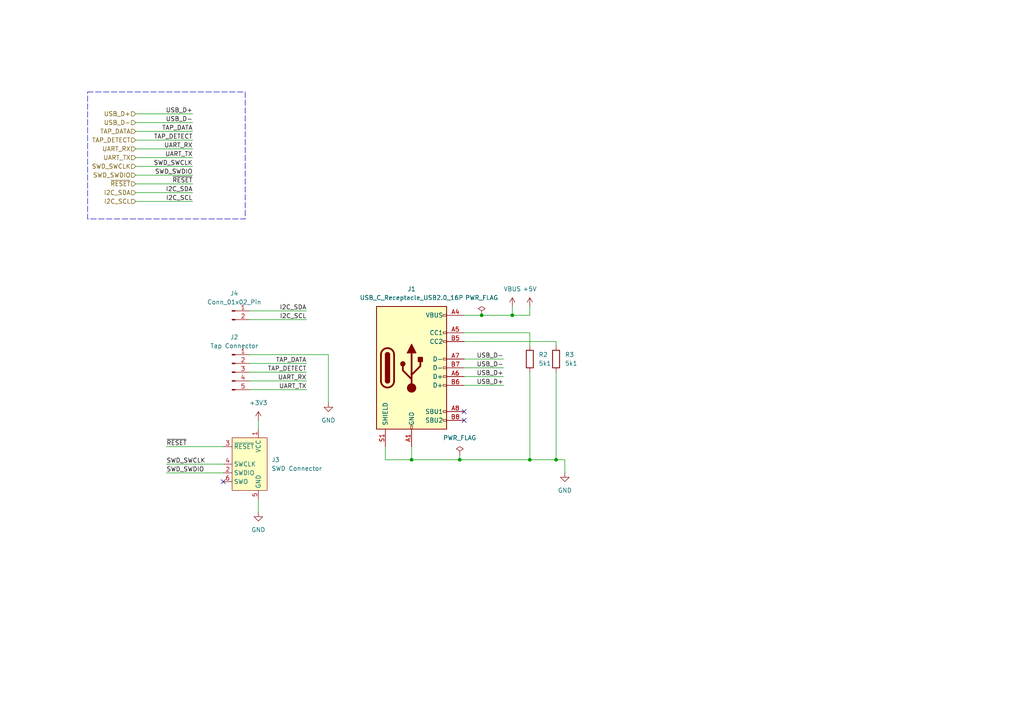
<source format=kicad_sch>
(kicad_sch (version 20250114) (generator "eeschema") (generator_version "9.0")
  (paper "A4")
  (title_block (title "BOKAKA") (date "2025-12-09") (rev "v1.0") (company "DIVA Engineering"))
  (lib_symbols
    (symbol "Connector:Conn_01x02_Pin" (pin_names (offset 1.016) (hide yes))
      (property "Reference" "J" (at 0 2.54 0))
      (property "Value" "Conn_01x02_Pin" (at 0 -5.08 0))
      (symbol "Conn_01x02_Pin_1_1"
        (rectangle (start 0.8636 0.127) (end 0 -0.127) (stroke (width 0.1524)) (fill (type outline)))
        (rectangle (start 0.8636 -2.413) (end 0 -2.667) (stroke (width 0.1524)) (fill (type outline)))
        (polyline (pts (xy 1.27 0) (xy 0.8636 0)) (stroke (width 0.1524)))
        (polyline (pts (xy 1.27 -2.54) (xy 0.8636 -2.54)) (stroke (width 0.1524)))
        (pin passive line (at 5.08 0 180) (length 3.81) (name "Pin_1") (number "1"))
        (pin passive line (at 5.08 -2.54 180) (length 3.81) (name "Pin_2") (number "2"))
      )
    )
    (symbol "Connector:Conn_01x05_Pin" (pin_names (offset 1.016) (hide yes))
      (property "Reference" "J" (at 0 7.62 0))
      (property "Value" "Conn_01x05_Pin" (at 0 -7.62 0))
      (symbol "Conn_01x05_Pin_1_1"
        (rectangle (start 0.8636 5.207) (end 0 4.953) (stroke (width 0.1524)) (fill (type outline)))
        (rectangle (start 0.8636 2.667) (end 0 2.413) (stroke (width 0.1524)) (fill (type outline)))
        (rectangle (start 0.8636 0.127) (end 0 -0.127) (stroke (width 0.1524)) (fill (type outline)))
        (rectangle (start 0.8636 -2.413) (end 0 -2.667) (stroke (width 0.1524)) (fill (type outline)))
        (rectangle (start 0.8636 -4.953) (end 0 -5.207) (stroke (width 0.1524)) (fill (type outline)))
        (polyline (pts (xy 1.27 5.08) (xy 0.8636 5.08)) (stroke (width 0.1524)))
        (polyline (pts (xy 1.27 2.54) (xy 0.8636 2.54)) (stroke (width 0.1524)))
        (polyline (pts (xy 1.27 0) (xy 0.8636 0)) (stroke (width 0.1524)))
        (polyline (pts (xy 1.27 -2.54) (xy 0.8636 -2.54)) (stroke (width 0.1524)))
        (polyline (pts (xy 1.27 -5.08) (xy 0.8636 -5.08)) (stroke (width 0.1524)))
        (pin passive line (at 5.08 5.08 180) (length 3.81) (name "Pin_1") (number "1"))
        (pin passive line (at 5.08 2.54 180) (length 3.81) (name "Pin_2") (number "2"))
        (pin passive line (at 5.08 0 180) (length 3.81) (name "Pin_3") (number "3"))
        (pin passive line (at 5.08 -2.54 180) (length 3.81) (name "Pin_4") (number "4"))
        (pin passive line (at 5.08 -5.08 180) (length 3.81) (name "Pin_5") (number "5"))
      )
    )
    (symbol "Connector:Conn_ARM_SWD_TagConnect_TC2030-NL" (in_bom no)
      (property "Reference" "J" (at 2.54 11.43 0))
      (property "Value" "Conn_ARM_SWD_TagConnect_TC2030-NL" (at 2.54 8.89 0))
      (symbol "Conn_ARM_SWD_TagConnect_TC2030-NL_0_0"
        (pin power_in line (at -2.54 10.16 270) (length 2.54) (name "VCC") (number "1"))
        (pin power_in line (at -2.54 -10.16 90) (length 2.54) (name "GND") (number "5"))
        (pin open_collector line (at 7.62 5.08 180) (length 2.54) (name "~{RESET}") (number "3"))
        (pin output line (at 7.62 0 180) (length 2.54) (name "SWCLK") (number "4"))
        (pin bidirectional line (at 7.62 -2.54 180) (length 2.54) (name "SWDIO") (number "2"))
        (pin input line (at 7.62 -5.08 180) (length 2.54) (name "SWO") (number "6"))
      )
      (symbol "Conn_ARM_SWD_TagConnect_TC2030-NL_0_1"
        (rectangle (start -5.08 7.62) (end 5.08 -7.62) (fill (type background)))
      )
    )
    (symbol "Connector:USB_C_Receptacle_USB2.0_16P" (pin_names (offset 1.016))
      (property "Reference" "J" (at 0 22.225 0))
      (property "Value" "USB_C_Receptacle_USB2.0_16P" (at 0 19.685 0))
      (symbol "USB_C_Receptacle_USB2.0_16P_0_0"
        (rectangle (start -0.254 -17.78) (end 0.254 -16.764))
        (rectangle (start 10.16 15.494) (end 9.144 14.986))
        (rectangle (start 10.16 10.414) (end 9.144 9.906))
        (rectangle (start 10.16 7.874) (end 9.144 7.366))
        (rectangle (start 10.16 2.794) (end 9.144 2.286))
        (rectangle (start 10.16 0.254) (end 9.144 -0.254))
        (rectangle (start 10.16 -2.286) (end 9.144 -2.794))
        (rectangle (start 10.16 -4.826) (end 9.144 -5.334))
        (rectangle (start 10.16 -12.446) (end 9.144 -12.954))
        (rectangle (start 10.16 -14.986) (end 9.144 -15.494))
      )
      (symbol "USB_C_Receptacle_USB2.0_16P_0_1"
        (rectangle (start -10.16 17.78) (end 10.16 -17.78) (stroke (width 0.254)) (fill (type background)))
        (polyline (pts (xy -8.89 -3.81) (xy -8.89 3.81)) (stroke (width 0.508)))
        (rectangle (start -7.62 -3.81) (end -6.35 3.81) (stroke (width 0.254)) (fill (type outline)))
        (arc (start -7.62 3.81) (mid -6.985 4.4423) (end -6.35 3.81) (stroke (width 0.254)))
        (arc (start -7.62 3.81) (mid -6.985 4.4423) (end -6.35 3.81) (stroke (width 0.254)) (fill (type outline)))
        (arc (start -8.89 3.81) (mid -6.985 5.7067) (end -5.08 3.81) (stroke (width 0.508)))
        (arc (start -5.08 -3.81) (mid -6.985 -5.7067) (end -8.89 -3.81) (stroke (width 0.508)))
        (arc (start -6.35 -3.81) (mid -6.985 -4.4423) (end -7.62 -3.81) (stroke (width 0.254)))
        (arc (start -6.35 -3.81) (mid -6.985 -4.4423) (end -7.62 -3.81) (stroke (width 0.254)) (fill (type outline)))
        (polyline (pts (xy -5.08 3.81) (xy -5.08 -3.81)) (stroke (width 0.508)))
        (circle (center -2.54 1.143) (radius 0.635) (stroke (width 0.254)) (fill (type outline)))
        (polyline (pts (xy -1.27 4.318) (xy 0 6.858) (xy 1.27 4.318) (xy -1.27 4.318)) (stroke (width 0.254)) (fill (type outline)))
        (polyline (pts (xy 0 -2.032) (xy 2.54 0.508) (xy 2.54 1.778)) (stroke (width 0.508)))
        (polyline (pts (xy 0 -3.302) (xy -2.54 -0.762) (xy -2.54 0.508)) (stroke (width 0.508)))
        (polyline (pts (xy 0 -5.842) (xy 0 4.318)) (stroke (width 0.508)))
        (circle (center 0 -5.842) (radius 1.27) (fill (type outline)))
        (rectangle (start 1.905 1.778) (end 3.175 3.048) (stroke (width 0.254)) (fill (type outline)))
      )
      (symbol "USB_C_Receptacle_USB2.0_16P_1_1"
        (pin passive line (at -7.62 -22.86 90) (length 5.08) (name "SHIELD") (number "S1"))
        (pin passive line (at 0 -22.86 90) (length 5.08) (name "GND") (number "A1"))
        (pin passive line (at 0 -22.86 90) (length 5.08) (hide yes) (name "GND") (number "A12"))
        (pin passive line (at 0 -22.86 90) (length 5.08) (hide yes) (name "GND") (number "B1"))
        (pin passive line (at 0 -22.86 90) (length 5.08) (hide yes) (name "GND") (number "B12"))
        (pin passive line (at 15.24 15.24 180) (length 5.08) (name "VBUS") (number "A4"))
        (pin passive line (at 15.24 15.24 180) (length 5.08) (hide yes) (name "VBUS") (number "A9"))
        (pin passive line (at 15.24 15.24 180) (length 5.08) (hide yes) (name "VBUS") (number "B4"))
        (pin passive line (at 15.24 15.24 180) (length 5.08) (hide yes) (name "VBUS") (number "B9"))
        (pin bidirectional line (at 15.24 10.16 180) (length 5.08) (name "CC1") (number "A5"))
        (pin bidirectional line (at 15.24 7.62 180) (length 5.08) (name "CC2") (number "B5"))
        (pin bidirectional line (at 15.24 2.54 180) (length 5.08) (name "D-") (number "A7"))
        (pin bidirectional line (at 15.24 0 180) (length 5.08) (name "D-") (number "B7"))
        (pin bidirectional line (at 15.24 -2.54 180) (length 5.08) (name "D+") (number "A6"))
        (pin bidirectional line (at 15.24 -5.08 180) (length 5.08) (name "D+") (number "B6"))
        (pin bidirectional line (at 15.24 -12.7 180) (length 5.08) (name "SBU1") (number "A8"))
        (pin bidirectional line (at 15.24 -15.24 180) (length 5.08) (name "SBU2") (number "B8"))
      )
    )
    (symbol "Device:R" (pin_numbers (hide yes)) (pin_names (offset 0))
      (property "Reference" "R" (at 2.032 0 90))
      (property "Value" "R" (at 0 0 90))
      (symbol "R_0_1"
        (rectangle (start -1.016 -2.54) (end 1.016 2.54) (stroke (width 0.254)))
      )
      (symbol "R_1_1"
        (pin passive line (at 0 3.81 270) (length 1.27) (name "~") (number "1"))
        (pin passive line (at 0 -3.81 90) (length 1.27) (name "~") (number "2"))
      )
    )
    (symbol "power:+3V3" (power) (pin_numbers (hide yes)) (pin_names (offset 0) (hide yes))
      (property "Value" "+3V3" (at 0 3.556 0))
      (symbol "+3V3_0_1"
        (polyline (pts (xy -0.762 1.27) (xy 0 2.54)))
        (polyline (pts (xy 0 2.54) (xy 0.762 1.27)))
        (polyline (pts (xy 0 0) (xy 0 2.54)))
      )
      (symbol "+3V3_1_1"
        (pin power_in line (at 0 0 90) (length 0) (name "~") (number "1"))
      )
    )
    (symbol "power:+5V" (power) (pin_numbers (hide yes)) (pin_names (offset 0) (hide yes))
      (property "Value" "+5V" (at 0 3.556 0))
      (symbol "+5V_0_1"
        (polyline (pts (xy -0.762 1.27) (xy 0 2.54)))
        (polyline (pts (xy 0 2.54) (xy 0.762 1.27)))
        (polyline (pts (xy 0 0) (xy 0 2.54)))
      )
      (symbol "+5V_1_1"
        (pin power_in line (at 0 0 90) (length 0) (name "~") (number "1"))
      )
    )
    (symbol "power:GND" (power) (pin_numbers (hide yes)) (pin_names (offset 0) (hide yes))
      (property "Value" "GND" (at 0 -3.81 0))
      (symbol "GND_0_1"
        (polyline (pts (xy 0 0) (xy 0 -1.27) (xy 1.27 -1.27) (xy 0 -2.54) (xy -1.27 -1.27) (xy 0 -1.27)))
      )
      (symbol "GND_1_1"
        (pin power_in line (at 0 0 270) (length 0) (name "~") (number "1"))
      )
    )
    (symbol "power:PWR_FLAG" (power) (pin_numbers (hide yes)) (pin_names (offset 0) (hide yes))
      (property "Value" "PWR_FLAG" (at 0 3.81 0))
      (symbol "PWR_FLAG_0_0"
        (pin power_out line (at 0 0 90) (length 0) (name "~") (number "1"))
      )
      (symbol "PWR_FLAG_0_1"
        (polyline (pts (xy 0 0) (xy 0 1.27) (xy -1.016 1.905) (xy 0 2.54) (xy 1.016 1.905) (xy 0 1.27)))
      )
    )
    (symbol "power:VBUS" (power) (pin_numbers (hide yes)) (pin_names (offset 0) (hide yes))
      (property "Value" "VBUS" (at 0 3.556 0))
      (symbol "VBUS_0_1"
        (polyline (pts (xy -0.762 1.27) (xy 0 2.54)))
        (polyline (pts (xy 0 2.54) (xy 0.762 1.27)))
        (polyline (pts (xy 0 0) (xy 0 2.54)))
      )
      (symbol "VBUS_1_1"
        (pin power_in line (at 0 0 90) (length 0) (name "~") (number "1"))
      )
    )
  )
  (rectangle (start 25.4 26.67) (end 71.12 63.5) (stroke (width 0) (type dash)))
  (junction (at 148.59 91.44))
  (junction (at 133.35 133.35))
  (junction (at 161.29 133.35))
  (junction (at 119.38 133.35))
  (junction (at 139.7 91.44))
  (junction (at 153.67 133.35))
  (no_connect (at 134.62 121.92))
  (no_connect (at 134.62 119.38))
  (no_connect (at 64.77 139.7))
  (wire (pts (xy 39.37 50.8) (xy 55.88 50.8)))
  (wire (pts (xy 74.93 144.78) (xy 74.93 148.59)))
  (wire (pts (xy 95.25 102.87) (xy 95.25 116.84)))
  (wire (pts (xy 148.59 91.44) (xy 148.59 88.9)))
  (wire (pts (xy 111.76 129.54) (xy 111.76 133.35)))
  (wire (pts (xy 39.37 33.02) (xy 55.88 33.02)))
  (wire (pts (xy 133.35 132.08) (xy 133.35 133.35)))
  (wire (pts (xy 134.62 99.06) (xy 161.29 99.06)))
  (wire (pts (xy 153.67 96.52) (xy 153.67 100.33)))
  (wire (pts (xy 134.62 111.76) (xy 146.05 111.76)))
  (wire (pts (xy 119.38 129.54) (xy 119.38 133.35)))
  (wire (pts (xy 39.37 40.64) (xy 55.88 40.64)))
  (wire (pts (xy 39.37 55.88) (xy 55.88 55.88)))
  (wire (pts (xy 139.7 91.44) (xy 148.59 91.44)))
  (wire (pts (xy 72.39 102.87) (xy 95.25 102.87)))
  (wire (pts (xy 39.37 45.72) (xy 55.88 45.72)))
  (wire (pts (xy 39.37 35.56) (xy 55.88 35.56)))
  (wire (pts (xy 163.83 133.35) (xy 161.29 133.35)))
  (wire (pts (xy 133.35 133.35) (xy 153.67 133.35)))
  (wire (pts (xy 161.29 107.95) (xy 161.29 133.35)))
  (wire (pts (xy 153.67 88.9) (xy 153.67 91.44)))
  (wire (pts (xy 39.37 43.18) (xy 55.88 43.18)))
  (wire (pts (xy 72.39 90.17) (xy 88.9 90.17)))
  (wire (pts (xy 72.39 105.41) (xy 88.9 105.41)))
  (wire (pts (xy 64.77 129.54) (xy 48.26 129.54)))
  (wire (pts (xy 64.77 137.16) (xy 48.26 137.16)))
  (wire (pts (xy 111.76 133.35) (xy 119.38 133.35)))
  (wire (pts (xy 134.62 91.44) (xy 139.7 91.44)))
  (wire (pts (xy 163.83 133.35) (xy 163.83 137.16)))
  (wire (pts (xy 74.93 121.92) (xy 74.93 124.46)))
  (wire (pts (xy 72.39 113.03) (xy 88.9 113.03)))
  (wire (pts (xy 72.39 107.95) (xy 88.9 107.95)))
  (wire (pts (xy 153.67 133.35) (xy 161.29 133.35)))
  (wire (pts (xy 72.39 92.71) (xy 88.9 92.71)))
  (wire (pts (xy 153.67 91.44) (xy 148.59 91.44)))
  (wire (pts (xy 39.37 53.34) (xy 55.88 53.34)))
  (wire (pts (xy 133.35 133.35) (xy 119.38 133.35)))
  (wire (pts (xy 134.62 104.14) (xy 146.05 104.14)))
  (wire (pts (xy 39.37 58.42) (xy 55.88 58.42)))
  (wire (pts (xy 134.62 96.52) (xy 153.67 96.52)))
  (wire (pts (xy 134.62 106.68) (xy 146.05 106.68)))
  (wire (pts (xy 161.29 99.06) (xy 161.29 100.33)))
  (wire (pts (xy 134.62 109.22) (xy 146.05 109.22)))
  (wire (pts (xy 64.77 134.62) (xy 48.26 134.62)))
  (wire (pts (xy 72.39 110.49) (xy 88.9 110.49)))
  (wire (pts (xy 39.37 48.26) (xy 55.88 48.26)))
  (wire (pts (xy 39.37 38.1) (xy 55.88 38.1)))
  (wire (pts (xy 153.67 107.95) (xy 153.67 133.35)))
  (label "USB_D-" (at 146.05 106.68 180))
  (label "USB_D-" (at 55.88 35.56 180))
  (label "USB_D+" (at 146.05 109.22 180))
  (label "TAP_DETECT" (at 55.88 40.64 180))
  (label "SWD_SWDIO" (at 48.26 137.16 0))
  (label "USB_D-" (at 146.05 104.14 180))
  (label "I2C_SCL" (at 88.9 92.71 180))
  (label "UART_TX" (at 55.88 45.72 180))
  (label "TAP_DATA" (at 88.9 105.41 180))
  (label "SWD_SWDIO" (at 55.88 50.8 180))
  (label "~{RESET}" (at 48.26 129.54 0))
  (label "USB_D+" (at 146.05 111.76 180))
  (label "SWD_SWCLK" (at 55.88 48.26 180))
  (label "SWD_SWCLK" (at 48.26 134.62 0))
  (label "I2C_SDA" (at 88.9 90.17 180))
  (label "TAP_DATA" (at 55.88 38.1 180))
  (label "UART_RX" (at 55.88 43.18 180))
  (label "TAP_DETECT" (at 88.9 107.95 180))
  (label "~{RESET}" (at 55.88 53.34 180))
  (label "UART_RX" (at 88.9 110.49 180))
  (label "UART_TX" (at 88.9 113.03 180))
  (label "I2C_SCL" (at 55.88 58.42 180))
  (label "I2C_SDA" (at 55.88 55.88 180))
  (label "USB_D+" (at 55.88 33.02 180))
  (hierarchical_label "UART_RX" (shape input) (at 39.37 43.18 180))
  (hierarchical_label "I2C_SCL" (shape input) (at 39.37 58.42 180))
  (hierarchical_label "UART_TX" (shape input) (at 39.37 45.72 180))
  (hierarchical_label "~{RESET}" (shape input) (at 39.37 53.34 180))
  (hierarchical_label "USB_D+" (shape input) (at 39.37 33.02 180))
  (hierarchical_label "SWD_SWDIO" (shape input) (at 39.37 50.8 180))
  (hierarchical_label "TAP_DETECT" (shape input) (at 39.37 40.64 180))
  (hierarchical_label "I2C_SDA" (shape input) (at 39.37 55.88 180))
  (hierarchical_label "SWD_SWCLK" (shape input) (at 39.37 48.26 180))
  (hierarchical_label "USB_D-" (shape input) (at 39.37 35.56 180))
  (hierarchical_label "TAP_DATA" (shape input) (at 39.37 38.1 180))
  (symbol (lib_id "Connector:Conn_ARM_SWD_TagConnect_TC2030-NL") (at 72.39 134.62 0) (mirror y) (unit 1) (in_bom no)
    (property "Reference" "J3" (at 78.74 133.3499 0) (effects (justify right)))
    (property "Value" "SWD Connector" (at 78.74 135.8899 0) (effects (justify right)))
    (property "Footprint" "Connector:Tag-Connect_TC2030-IDC-NL_2x03_P1.27mm_Vertical" (effects (hide yes)))
    (property "Datasheet" "https://www.tag-connect.com/wp-content/uploads/bsk-pdf-manager/TC2030-CTX_1.pdf" (effects (hide yes)))
    (property "Description" "Tag-Connect ARM Cortex SWD JTAG connector, 6 pin, no legs" (effects (hide yes)))
  )
  (symbol (lib_id "power:GND") (at 163.83 137.16 0) (unit 1)
    (property "Reference" "#PWR08" (effects (hide yes)))
    (property "Value" "GND" (at 163.83 142.24 0))
    (property "Description" "Power symbol creates a global label with name \"GND\" , ground" (effects (hide yes)))
  )
  (symbol (lib_id "Connector:Conn_01x02_Pin") (at 67.31 90.17 0) (unit 1)
    (property "Reference" "J4" (at 67.945 85.09 0))
    (property "Value" "Conn_01x02_Pin" (at 67.945 87.63 0))
    (property "Description" "Generic connector, single row, 01x02, script generated" (effects (hide yes)))
  )
  (symbol (lib_id "power:GND") (at 95.25 116.84 0) (unit 1)
    (property "Reference" "#PWR018" (effects (hide yes)))
    (property "Value" "GND" (at 95.25 121.92 0))
    (property "Description" "Power symbol creates a global label with name \"GND\" , ground" (effects (hide yes)))
  )
  (symbol (lib_id "power:GND") (at 74.93 148.59 0) (unit 1)
    (property "Reference" "#PWR020" (effects (hide yes)))
    (property "Value" "GND" (at 74.93 153.67 0))
    (property "Description" "Power symbol creates a global label with name \"GND\" , ground" (effects (hide yes)))
  )
  (symbol (lib_id "power:+3V3") (at 74.93 121.92 0) (unit 1)
    (property "Reference" "#PWR019" (effects (hide yes)))
    (property "Value" "+3V3" (at 74.93 116.84 0))
    (property "Description" "Power symbol creates a global label with name \"+3V3\"" (effects (hide yes)))
  )
  (symbol (lib_id "power:PWR_FLAG") (at 139.7 91.44 0) (unit 1)
    (property "Reference" "#FLG04" (effects (hide yes)))
    (property "Value" "PWR_FLAG" (at 139.7 86.36 0))
    (property "Description" "Special symbol for telling ERC where power comes from" (effects (hide yes)))
  )
  (symbol (lib_id "power:VBUS") (at 148.59 88.9 0) (unit 1)
    (property "Reference" "#PWR09" (effects (hide yes)))
    (property "Value" "VBUS" (at 148.59 83.82 0))
    (property "Description" "Power symbol creates a global label with name \"VBUS\"" (effects (hide yes)))
  )
  (symbol (lib_id "Device:R") (at 161.29 104.14 180) (unit 1)
    (property "Reference" "R3" (at 163.83 102.8699 0) (effects (justify right)))
    (property "Value" "5k1" (at 163.83 105.4099 0) (effects (justify right)))
    (property "Description" "Resistor" (effects (hide yes)))
  )
  (symbol (lib_id "Device:R") (at 153.67 104.14 0) (unit 1)
    (property "Reference" "R2" (at 156.21 102.8699 0) (effects (justify left)))
    (property "Value" "5k1" (at 156.21 105.4099 0) (effects (justify left)))
    (property "Description" "Resistor" (effects (hide yes)))
  )
  (symbol (lib_id "Connector:Conn_01x05_Pin") (at 67.31 107.95 0) (unit 1)
    (property "Reference" "J2" (at 67.945 97.79 0))
    (property "Value" "Tap Connector" (at 67.945 100.33 0))
    (property "Description" "Generic connector, single row, 01x05, script generated" (effects (hide yes)))
  )
  (symbol (lib_id "power:+5V") (at 153.67 88.9 0) (unit 1)
    (property "Reference" "#PWR010" (effects (hide yes)))
    (property "Value" "+5V" (at 153.67 83.82 0))
    (property "Description" "Power symbol creates a global label with name \"+5V\"" (effects (hide yes)))
  )
  (symbol (lib_id "Connector:USB_C_Receptacle_USB2.0_16P") (at 119.38 106.68 0) (unit 1)
    (property "Reference" "J1" (at 119.38 83.82 0))
    (property "Value" "USB_C_Receptacle_USB2.0_16P" (at 119.38 86.36 0))
    (property "Datasheet" "https://www.usb.org/sites/default/files/documents/usb_type-c.zip" (effects (hide yes)))
    (property "Description" "USB 2.0-only 16P Type-C Receptacle connector" (effects (hide yes)))
  )
  (symbol (lib_id "power:PWR_FLAG") (at 133.35 132.08 0) (unit 1)
    (property "Reference" "#FLG03" (effects (hide yes)))
    (property "Value" "PWR_FLAG" (at 133.35 127 0))
    (property "Description" "Special symbol for telling ERC where power comes from" (effects (hide yes)))
  )
)
</source>
